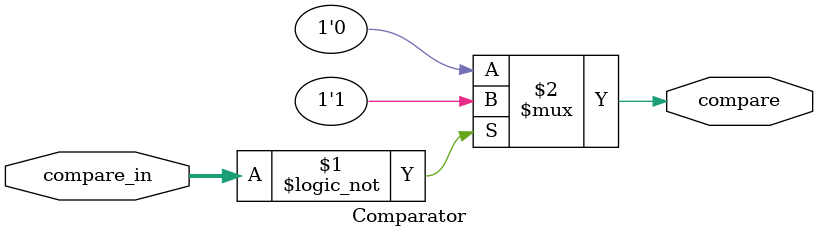
<source format=v>
module Comparator (
    input wire [7:0] compare_in,   // Đầu vào 8-bit cần so sánh
    output wire compare         // Đầu ra cho biết kết quả so sánh
);

    // So sánh giá trị đầu vào với 1
    assign compare = (compare_in == 8'b00000000) ? 1'b1 : 1'b0;

endmodule

</source>
